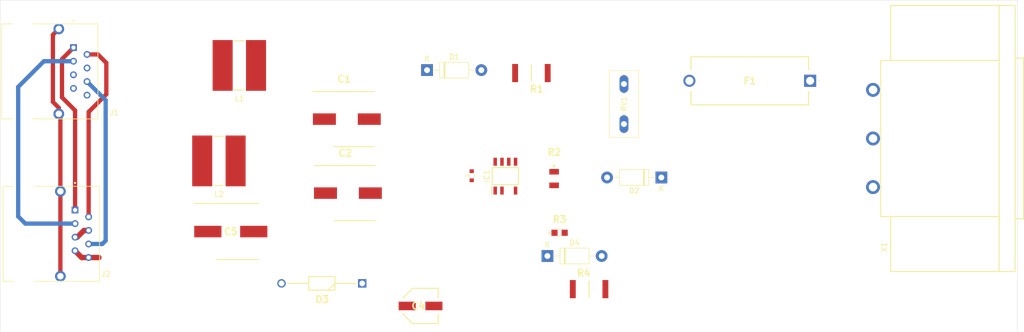
<source format=kicad_pcb>
(kicad_pcb (version 20240108) (generator "pcbnew") (generator_version "8.0")
  (layers (0 "F.Cu" signal) (31 "B.Cu" signal) (34 "B.Paste" user) (35 "F.Paste" user) (36 "B.SilkS" user "B.Silkscreen") (37 "F.SilkS" user "F.Silkscreen") (38 "B.Mask" user) (39 "F.Mask" user) (44 "Edge.Cuts" user))
  (net 0 "")
  (net 1 "Net-(F1-Pad1)")
  (net 4 "GND")
  (net 5 "VCC")
  (net 6 "GNDPWR")
  (net 7 "Net-(J1-Pad2)")
  (net 8 "Net-(J1-Pad3)")
  (net 9 "Net-(J1-Pad6)")
  (net 10 "Net-(J1-Pad1)")
  (net 13 "Net-(C1-+)")
  (net 14 "Net-(C2-+)")
  (net 15 "Net-(C4--)")
  (net 16 "Net-(IC1-BP)")
  (net 17 "Net-(C4-+)")
  (net 18 "Net-(D1-A)")
  (net 19 "Net-(D2-K)")
  (net 20 "Net-(F1-Pad2)")
  (net 21 "Net-(IC1-FB)")
  (net 22 "Earth_Protective")
  (footprint "Equatorial_foot:ERA6AEB1020V" (layer "F.Cu") (at 180.65 98.725)
    (property "Reference" "R3" (at 0 -2.5 0) (layer "F.SilkS") (effects (font (size 1.27 1.27) (thickness 0.254))))
    (property "Value" "ERA-6ARB133V" (hide yes))
    (fp_line (start -2 -0.1) (end -2 -0.1) (stroke (width 0.2)) (layer "F.SilkS"))
    (fp_line (start -2 0.1) (end -2 0.1) (stroke (width 0.2)) (layer "F.SilkS"))
    (fp_line (start -0.2 -0.625) (end 0.2 -0.625) (stroke (width 0.2)) (layer "F.SilkS"))
    (fp_line (start -0.2 0.625) (end 0.2 0.625) (stroke (width 0.2)) (layer "F.SilkS"))
    (fp_arc (start -2 -0.1) (mid -1.9 0) (end -2 0.1) (stroke (width 0.2)) (layer "F.SilkS"))
    (fp_arc (start -2 0.1) (mid -2.1 0) (end -2 -0.1) (stroke (width 0.2)) (layer "F.SilkS"))
    (pad "1" smd rect (at -0.95 0) (size 1.15 1.15) (layers "F.Cu" "F.Paste" "F.Mask") (net 21 "Net-(IC1-FB)"))
    (pad "2" smd rect (at 0.95 0) (size 1.15 1.15) (layers "F.Cu" "F.Paste" "F.Mask") (net 17 "Net-(C4-+)"))
  )
  (footprint "Equatorial_foot:WE-PD2HV_1054" (layer "F.Cu") (at 120.7 67.4 180)
    (property "Reference" "L1" (at -0.04 -6.235 360) (layer "F.SilkS"))
    (property "Value" "WE-PD2HV_1054")
    (fp_line (start -0.95 4.6) (end 0.95 4.6) (stroke (width 0.2)) (layer "F.SilkS"))
    (fp_line (start -0.95 -4.6) (end 0.95 -4.6) (stroke (width 0.2)) (layer "F.SilkS"))
    (pad "1" smd rect (at -3.125 0 180) (size 3.75 9.5) (layers "F.Cu" "F.Paste" "F.Mask") (net 13 "Net-(C1-+)"))
    (pad "2" smd rect (at 3.125 0 180) (size 3.75 9.5) (layers "F.Cu" "F.Paste" "F.Mask") (net 14 "Net-(C2-+)"))
  )
  (footprint "Equatorial_foot:SOIC127P600X175-7N" (layer "F.Cu") (at 170.5 88.125 90)
    (property "Reference" "IC1" (at 0 -3.5 90) (layer "F.SilkS"))
    (property "Value" "LNK306DN-TL")
    (fp_line (start -3.45 -2.58) (end -1.95 -2.58) (stroke (width 0.2)) (layer "F.SilkS"))
    (fp_line (start 1.6 -2.45) (end 1.6 2.45) (stroke (width 0.2)) (layer "F.SilkS"))
    (fp_line (start -1.6 -2.45) (end 1.6 -2.45) (stroke (width 0.2)) (layer "F.SilkS"))
    (fp_line (start 1.6 2.45) (end -1.6 2.45) (stroke (width 0.2)) (layer "F.SilkS"))
    (fp_line (start -1.6 2.45) (end -1.6 -2.45) (stroke (width 0.2)) (layer "F.SilkS"))
    (pad "1" smd rect (at -2.7 -1.905 90) (size 1.5 0.65) (layers "F.Cu" "F.Paste" "F.Mask") (net 16 "Net-(IC1-BP)"))
    (pad "2" smd rect (at -2.7 -0.635 90) (size 1.5 0.65) (layers "F.Cu" "F.Paste" "F.Mask") (net 21 "Net-(IC1-FB)"))
    (pad "4" smd rect (at -2.7 1.905 90) (size 1.5 0.65) (layers "F.Cu" "F.Paste" "F.Mask") (net 14 "Net-(C2-+)"))
    (pad "5" smd rect (at 2.7 1.905 90) (size 1.5 0.65) (layers "F.Cu" "F.Paste" "F.Mask") (net 15 "Net-(C4--)"))
    (pad "6" smd rect (at 2.7 0.635 90) (size 1.5 0.65) (layers "F.Cu" "F.Paste" "F.Mask") (net 15 "Net-(C4--)"))
    (pad "7" smd rect (at 2.7 -0.635 90) (size 1.5 0.65) (layers "F.Cu" "F.Paste" "F.Mask") (net 15 "Net-(C4--)"))
    (pad "8" smd rect (at 2.7 -1.905 90) (size 1.5 0.65) (layers "F.Cu" "F.Paste" "F.Mask") (net 15 "Net-(C4--)"))
  )
  (footprint "Equatorial_foot:WE-PD2HV_1054" (layer "F.Cu") (at 116.875 85.275 180)
    (property "Reference" "L2" (at -0.04 -6.235 360) (layer "F.SilkS"))
    (property "Value" "WE-PD2HV_1054")
    (fp_line (start -0.95 4.6) (end 0.95 4.6) (stroke (width 0.2)) (layer "F.SilkS"))
    (fp_line (start -0.95 -4.6) (end 0.95 -4.6) (stroke (width 0.2)) (layer "F.SilkS"))
    (pad "1" smd rect (at -3.125 0 180) (size 3.75 9.5) (layers "F.Cu" "F.Paste" "F.Mask") (net 15 "Net-(C4--)"))
    (pad "2" smd rect (at 3.125 0 180) (size 3.75 9.5) (layers "F.Cu" "F.Paste" "F.Mask") (net 5 "VCC"))
  )
  (footprint "Equatorial_foot:EEE1AA101SP" (layer "F.Cu") (at 154.625 112.425)
    (property "Reference" "C4" (at -0.425 0 0) (layer "F.SilkS") (effects (font (size 1.27 1.27) (thickness 0.254))))
    (property "Value" "EEE-FK1J100P" (hide yes))
    (fp_line (start -4.875 0) (end -4.875 0) (stroke (width 0.05)) (layer "F.SilkS"))
    (fp_line (start -4.825 0) (end -4.825 0) (stroke (width 0.05)) (layer "F.SilkS"))
    (fp_line (start -3.3 -1.5) (end -1.5 -3.3) (stroke (width 0.2)) (layer "F.SilkS"))
    (fp_line (start -3.3 1.5) (end -1.5 3.3) (stroke (width 0.2)) (layer "F.SilkS"))
    (fp_line (start -1.5 -3.3) (end 3.3 -3.3) (stroke (width 0.2)) (layer "F.SilkS"))
    (fp_line (start -1.5 3.3) (end 3.3 3.3) (stroke (width 0.2)) (layer "F.SilkS"))
    (fp_line (start 3.3 -3.3) (end 3.3 -3.3) (stroke (width 0.2)) (layer "F.SilkS"))
    (fp_line (start 3.3 -3.3) (end 3.3 -1.5) (stroke (width 0.2)) (layer "F.SilkS"))
    (fp_line (start 3.3 3.3) (end 3.3 1.5) (stroke (width 0.2)) (layer "F.SilkS"))
    (fp_arc (start -4.875 0) (mid -4.85 -0.025) (end -4.825 0) (stroke (width 0.05)) (layer "F.SilkS"))
    (fp_arc (start -4.825 0) (mid -4.85 0.025) (end -4.875 0) (stroke (width 0.05)) (layer "F.SilkS"))
    (pad "1" smd rect (at -2.5 0 90) (size 1.6 3.2) (layers "F.Cu" "F.Paste" "F.Mask") (net 17 "Net-(C4-+)"))
    (pad "2" smd rect (at 2.5 0 90) (size 1.6 3.2) (layers "F.Cu" "F.Paste" "F.Mask") (net 15 "Net-(C4--)"))
  )
  (footprint "Equatorial_foot:CAPAE1050X1430N" (layer "F.Cu") (at 119.1 98.5)
    (property "Reference" "C5" (at 0 0 0) (layer "F.SilkS") (effects (font (size 1.27 1.27) (thickness 0.254))))
    (property "Value" "MAL215097803E3" (hide yes))
    (fp_line (start -6.85 -5.25) (end 5.25 -5.25) (stroke (width 0.2)) (layer "F.SilkS"))
    (fp_line (start -2.625 5.25) (end 5.25 5.25) (stroke (width 0.2)) (layer "F.SilkS"))
    (pad "1" smd rect (at -4.3 0 90) (size 2.15 5.1) (layers "F.Cu" "F.Paste" "F.Mask") (net 5 "VCC"))
    (pad "2" smd rect (at 4.3 0 90) (size 2.15 5.1) (layers "F.Cu" "F.Paste" "F.Mask") (net 4 "GND"))
  )
  (footprint "Equatorial_foot:RJ45-8P8C" (layer "F.Cu") (at 83.3 68.515 -90)
    (property "Reference" "J1" (at 7.735 -13.95 180) (layer "F.SilkS") (effects (font (size 1.000614 1.000614))))
    (property "Value" "RJ45-8P8C" (hide yes))
    (fp_line (start -8.89 7.11) (end 8.89 7.11) (stroke (width 0.127)) (layer "F.SilkS"))
    (fp_line (start 8.89 7.11) (end 8.89 5.08) (stroke (width 0.127)) (layer "F.SilkS"))
    (fp_line (start -8.89 5.08) (end -8.89 7.11) (stroke (width 0.127)) (layer "F.SilkS"))
    (fp_line (start -8.89 -10.92) (end -8.89 1.27) (stroke (width 0.127)) (layer "F.SilkS"))
    (fp_line (start -8.89 -10.92) (end 8.89 -10.92) (stroke (width 0.127)) (layer "F.SilkS"))
    (fp_line (start 8.89 -10.92) (end 8.89 1.27) (stroke (width 0.127)) (layer "F.SilkS"))
    (fp_circle (center -9.53 -6.35) (end -9.43 -6.35) (stroke (width 0.2)) (fill none) (layer "F.SilkS"))
    (pad "" np_thru_hole circle (at -5.715 0.5 270) (size 3.25 3.25) (drill 3.25) (layers "*.Cu" "*.Mask"))
    (pad "" np_thru_hole circle (at 5.715 0.5 270) (size 3.25 3.25) (drill 3.25) (layers "*.Cu" "*.Mask"))
    (pad "1" thru_hole rect (at -4.445 -6.35 270) (size 1.268 1.268) (drill 0.76) (layers "*.Cu" "*.Mask") (net 10 "Net-(J1-Pad1)"))
    (pad "2" thru_hole circle (at -3.175 -8.89 270) (size 1.268 1.268) (drill 0.76) (layers "*.Cu" "*.Mask") (net 7 "Net-(J1-Pad2)"))
    (pad "3" thru_hole circle (at -1.905 -6.35 270) (size 1.268 1.268) (drill 0.76) (layers "*.Cu" "*.Mask") (net 8 "Net-(J1-Pad3)"))
    (pad "4" thru_hole circle (at -0.635 -8.89 270) (size 1.268 1.268) (drill 0.76) (layers "*.Cu" "*.Mask"))
    (pad "5" thru_hole circle (at 0.635 -6.35 270) (size 1.268 1.268) (drill 0.76) (layers "*.Cu" "*.Mask"))
    (pad "6" thru_hole circle (at 1.905 -8.89 270) (size 1.268 1.268) (drill 0.76) (layers "*.Cu" "*.Mask") (net 9 "Net-(J1-Pad6)"))
    (pad "7" thru_hole circle (at 3.175 -6.35 270) (size 1.268 1.268) (drill 0.76) (layers "*.Cu" "*.Mask"))
    (pad "8" thru_hole circle (at 4.445 -8.89 270) (size 1.268 1.268) (drill 0.76) (layers "*.Cu" "*.Mask"))
    (pad "9" thru_hole circle (at -7.95 -3.6 270) (size 2 2) (drill 1.2) (layers "*.Cu" "*.Mask") (net 6 "GNDPWR"))
    (pad "10" thru_hole circle (at 7.95 -3.6 270) (size 2 2) (drill 1.2) (layers "*.Cu" "*.Mask") (net 6 "GNDPWR"))
  )
  (footprint "Equatorial_foot:WCAP-CSGP_0603_W" (layer "F.Cu") (at 164.2 88.05 90)
    (property "Reference" "C3" (at 0.05 -1.0524 90) (layer "F.SilkS") (effects (font (size 0.24 0.24) (thickness 0.06))))
    (property "Value" "100nF/25")
    (fp_line (start -0.2 -0.5) (end 0.2 -0.5) (stroke (width 0.2)) (layer "F.SilkS"))
    (fp_line (start 0.2 0.5) (end -0.2 0.5) (stroke (width 0.2)) (layer "F.SilkS"))
    (pad "1" smd rect (at -0.85 0 90) (size 0.7 0.8) (layers "F.Cu" "F.Paste" "F.Mask") (net 16 "Net-(IC1-BP)"))
    (pad "2" smd rect (at 0.85 0 90) (size 0.7 0.8) (layers "F.Cu" "F.Paste" "F.Mask") (net 15 "Net-(C4--)"))
  )
  (footprint "Diode_THT:D_DO-41_SOD81_P10.16mm_Horizontal" (layer "F.Cu") (at 178.37 103.075)
    (property "Reference" "D4" (at 5.08 -2.47 360) (layer "F.SilkS"))
    (property "Value" "1N4005")
    (fp_line (start 1.34 0) (end 2.36 0) (stroke (width 0.12)) (layer "F.SilkS"))
    (fp_line (start 2.36 -1.47) (end 2.36 1.47) (stroke (width 0.12)) (layer "F.SilkS"))
    (fp_line (start 2.36 1.47) (end 7.8 1.47) (stroke (width 0.12)) (layer "F.SilkS"))
    (fp_line (start 3.14 -1.47) (end 3.14 1.47) (stroke (width 0.12)) (layer "F.SilkS"))
    (fp_line (start 3.26 -1.47) (end 3.26 1.47) (stroke (width 0.12)) (layer "F.SilkS"))
    (fp_line (start 3.38 -1.47) (end 3.38 1.47) (stroke (width 0.12)) (layer "F.SilkS"))
    (fp_line (start 7.8 -1.47) (end 2.36 -1.47) (stroke (width 0.12)) (layer "F.SilkS"))
    (fp_line (start 7.8 1.47) (end 7.8 -1.47) (stroke (width 0.12)) (layer "F.SilkS"))
    (fp_line (start 8.82 0) (end 7.8 0) (stroke (width 0.12)) (layer "F.SilkS"))
    (fp_text user "K" (at 0 -2.1 360) (layer "F.SilkS"))
    (pad "1" thru_hole rect (at 0 0) (size 2.2 2.2) (drill 1.1) (layers "*.Cu" "*.Mask") (net 17 "Net-(C4-+)"))
    (pad "2" thru_hole oval (at 10.16 0) (size 2.2 2.2) (drill 1.1) (layers "*.Cu" "*.Mask") (net 5 "VCC"))
  )
  (footprint "Equatorial_foot:696101000002" (layer "F.Cu") (at 227.55 70.275 180)
    (property "Reference" "F1" (at 11.3 0 360) (layer "F.SilkS") (effects (font (size 1.27 1.27) (thickness 0.254))))
    (property "Value" "696101000002" (hide yes))
    (fp_line (start 22.3 4.5) (end 22.3 2) (stroke (width 0.2)) (layer "F.SilkS"))
    (fp_line (start 22.3 -2) (end 22.3 -4.5) (stroke (width 0.2)) (layer "F.SilkS"))
    (fp_line (start 22.3 -4.5) (end 0.3 -4.5) (stroke (width 0.2)) (layer "F.SilkS"))
    (fp_line (start 0.3 4.5) (end 22.3 4.5) (stroke (width 0.2)) (layer "F.SilkS"))
    (fp_line (start 0.3 2) (end 0.3 4.5) (stroke (width 0.2)) (layer "F.SilkS"))
    (fp_line (start 0.3 -4.5) (end 0.3 -2) (stroke (width 0.2)) (layer "F.SilkS"))
    (fp_line (start -1.6 0) (end -1.6 0) (stroke (width 0.1)) (layer "F.SilkS"))
    (fp_line (start -1.7 0) (end -1.7 0) (stroke (width 0.1)) (layer "F.SilkS"))
    (fp_arc (start -1.6 0) (mid -1.65 0.05) (end -1.7 0) (stroke (width 0.1)) (layer "F.SilkS"))
    (fp_arc (start -1.7 0) (mid -1.65 -0.05) (end -1.6 0) (stroke (width 0.1)) (layer "F.SilkS"))
    (pad "1" thru_hole rect (at 0 0 180) (size 2.25 2.25) (drill 1.5) (layers "*.Cu" "*.Mask") (net 1 "Net-(F1-Pad1)"))
    (pad "2" thru_hole circle (at 22.6 0 180) (size 2.25 2.25) (drill 1.5) (layers "*.Cu" "*.Mask") (net 20 "Net-(F1-Pad2)"))
  )
  (footprint "Equatorial_foot:6ESRM-P" (layer "F.Cu") (at 249.025 81.075 90)
    (property "Reference" "X1" (at -20.32 -7.62 90) (layer "F.SilkS"))
    (property "Value" "Conector AC")
    (fp_line (start 14.605 -8.255) (end 14.605 -6.4) (stroke (width 0.2032)) (layer "F.SilkS"))
    (fp_line (start -14.605 -8.255) (end 14.605 -8.255) (stroke (width 0.2032)) (layer "F.SilkS"))
    (fp_line (start -14.605 -8.255) (end -14.605 -6.4) (stroke (width 0.2032)) (layer "F.SilkS"))
    (fp_line (start 24.9 -6.4) (end 24.9 13.9) (stroke (width 0.2032)) (layer "F.SilkS"))
    (fp_line (start 14.605 -6.4) (end 24.9 -6.4) (stroke (width 0.2032)) (layer "F.SilkS"))
    (fp_line (start 14.605 -6.4) (end 14.605 13.97) (stroke (width 0.2032)) (layer "F.SilkS"))
    (fp_line (start -14.605 -6.4) (end -14.605 13.97) (stroke (width 0.2032)) (layer "F.SilkS"))
    (fp_line (start -24.9 -6.4) (end -14.605 -6.4) (stroke (width 0.2032)) (layer "F.SilkS"))
    (fp_line (start 24.9 13.9) (end -24.9 13.9) (stroke (width 0.2032)) (layer "F.SilkS"))
    (fp_line (start -24.9 13.9) (end -24.9 -6.4) (stroke (width 0.2032)) (layer "F.SilkS"))
    (fp_line (start -24.9 13.9) (end -24.9 16.9) (stroke (width 0.2032)) (layer "F.SilkS"))
    (fp_line (start 24.9 16.9) (end 24.9 13.9) (stroke (width 0.2032)) (layer "F.SilkS"))
    (fp_line (start -24.9 16.9) (end 24.9 16.9) (stroke (width 0.2032)) (layer "F.SilkS"))
    (fp_line (start -15.025 16.95) (end -15.025 18.475) (stroke (width 0.2032)) (layer "F.SilkS"))
    (fp_line (start 15.025 18.475) (end 15.025 16.975) (stroke (width 0.2032)) (layer "F.SilkS"))
    (fp_line (start -15.025 18.475) (end 15.025 18.475) (stroke (width 0.2032)) (layer "F.SilkS"))
    (pad "" np_thru_hole circle (at -20 0 90) (size 3.6 3.6) (drill 3.6) (layers "*.Cu" "*.Mask"))
    (pad "" np_thru_hole circle (at 20 0 90) (size 3.6 3.6) (drill 3.6) (layers "*.Cu" "*.Mask"))
    (pad "1" thru_hole circle (at -9.1 -9.7 90) (size 2.6 2.6) (drill 1.6) (layers "*.Cu" "*.Mask") (net 19 "Net-(D2-K)"))
    (pad "2" thru_hole circle (at 0 -9.7 90) (size 2.6 2.6) (drill 1.6) (layers "*.Cu" "*.Mask") (net 22 "Earth_Protective"))
    (pad "3" thru_hole circle (at 9.1 -9.7 90) (size 2.6 2.6) (drill 1.6) (layers "*.Cu" "*.Mask") (net 1 "Net-(F1-Pad1)"))
  )
  (footprint "Equatorial_foot:CAPAE1030X1450N" (layer "F.Cu") (at 140.825 77.45)
    (property "Reference" "C1" (at -0.5 -7.5 0) (layer "F.SilkS") (effects (font (size 1.27 1.27) (thickness 0.254))))
    (property "Value" "ULT2H4R7MNL1GS" (hide yes))
    (fp_line (start -6.35 -5.15) (end 5.15 -5.15) (stroke (width 0.2)) (layer "F.SilkS"))
    (fp_line (start -2.575 5.15) (end 5.15 5.15) (stroke (width 0.2)) (layer "F.SilkS"))
    (pad "1" smd rect (at -4.2 0 90) (size 2.15 4.3) (layers "F.Cu" "F.Paste" "F.Mask") (net 13 "Net-(C1-+)"))
    (pad "2" smd rect (at 4.2 0 90) (size 2.15 4.3) (layers "F.Cu" "F.Paste" "F.Mask") (net 4 "GND"))
  )
  (footprint "Equatorial_foot:RCC1206_e3" (layer "F.Cu") (at 179.625 88.575 -90)
    (property "Reference" "R2" (at -4.925 -0.025 180) (layer "F.SilkS") (effects (font (size 1.27 1.27) (thickness 0.254))))
    (property "Value" "RCC1206470RFKEA" (hide yes))
    (fp_circle (center -2.375 0) (end -2.375 0.05) (stroke (width 0.2)) (fill none) (layer "F.SilkS"))
    (pad "1" smd rect (at -1.275 0 270) (size 1.05 1.8) (layers "F.Cu" "F.Paste" "F.Mask") (net 15 "Net-(C4--)"))
    (pad "2" smd rect (at 1.275 0 270) (size 1.05 1.8) (layers "F.Cu" "F.Paste" "F.Mask") (net 21 "Net-(IC1-FB)"))
  )
  (footprint "Equatorial_foot:RJ45-8P8C" (layer "F.Cu") (at 83.6 98.915 -90)
    (property "Reference" "J2" (at 7.56 -12.1 180) (layer "F.SilkS") (effects (font (size 1.000614 1.000614))))
    (property "Value" "RJ45-8P8C" (hide yes))
    (fp_line (start -8.89 7.11) (end 8.89 7.11) (stroke (width 0.127)) (layer "F.SilkS"))
    (fp_line (start 8.89 7.11) (end 8.89 5.08) (stroke (width 0.127)) (layer "F.SilkS"))
    (fp_line (start -8.89 5.08) (end -8.89 7.11) (stroke (width 0.127)) (layer "F.SilkS"))
    (fp_line (start -8.89 -10.92) (end -8.89 1.27) (stroke (width 0.127)) (layer "F.SilkS"))
    (fp_line (start -8.89 -10.92) (end 8.89 -10.92) (stroke (width 0.127)) (layer "F.SilkS"))
    (fp_line (start 8.89 -10.92) (end 8.89 1.27) (stroke (width 0.127)) (layer "F.SilkS"))
    (fp_circle (center -9.53 -6.35) (end -9.43 -6.35) (stroke (width 0.2)) (fill none) (layer "F.SilkS"))
    (pad "" np_thru_hole circle (at -5.715 0.5 270) (size 3.25 3.25) (drill 3.25) (layers "*.Cu" "*.Mask"))
    (pad "" np_thru_hole circle (at 5.715 0.5 270) (size 3.25 3.25) (drill 3.25) (layers "*.Cu" "*.Mask"))
    (pad "1" thru_hole rect (at -4.445 -6.35 270) (size 1.268 1.268) (drill 0.76) (layers "*.Cu" "*.Mask") (net 10 "Net-(J1-Pad1)"))
    (pad "2" thru_hole circle (at -3.175 -8.89 270) (size 1.268 1.268) (drill 0.76) (layers "*.Cu" "*.Mask") (net 7 "Net-(J1-Pad2)"))
    (pad "3" thru_hole circle (at -1.905 -6.35 270) (size 1.268 1.268) (drill 0.76) (layers "*.Cu" "*.Mask") (net 8 "Net-(J1-Pad3)"))
    (pad "4" thru_hole circle (at -0.635 -8.89 270) (size 1.268 1.268) (drill 0.76) (layers "*.Cu" "*.Mask") (net 5 "VCC"))
    (pad "5" thru_hole circle (at 0.635 -6.35 270) (size 1.268 1.268) (drill 0.76) (layers "*.Cu" "*.Mask") (net 5 "VCC"))
    (pad "6" thru_hole circle (at 1.905 -8.89 270) (size 1.268 1.268) (drill 0.76) (layers "*.Cu" "*.Mask") (net 9 "Net-(J1-Pad6)"))
    (pad "7" thru_hole circle (at 3.175 -6.35 270) (size 1.268 1.268) (drill 0.76) (layers "*.Cu" "*.Mask") (net 4 "GND"))
    (pad "8" thru_hole circle (at 4.445 -8.89 270) (size 1.268 1.268) (drill 0.76) (layers "*.Cu" "*.Mask") (net 4 "GND"))
    (pad "9" thru_hole circle (at -7.95 -3.6 270) (size 2 2) (drill 1.2) (layers "*.Cu" "*.Mask") (net 6 "GNDPWR"))
    (pad "10" thru_hole circle (at 7.95 -3.6 270) (size 2 2) (drill 1.2) (layers "*.Cu" "*.Mask") (net 6 "GNDPWR"))
  )
  (footprint "Diode_THT:D_DO-41_SOD81_P10.16mm_Horizontal" (layer "F.Cu") (at 155.84 68.275)
    (property "Reference" "D1" (at 5.08 -2.47 0) (layer "F.SilkS"))
    (property "Value" "1N4005")
    (fp_line (start 1.34 0) (end 2.36 0) (stroke (width 0.12)) (layer "F.SilkS"))
    (fp_line (start 2.36 -1.47) (end 2.36 1.47) (stroke (width 0.12)) (layer "F.SilkS"))
    (fp_line (start 2.36 1.47) (end 7.8 1.47) (stroke (width 0.12)) (layer "F.SilkS"))
    (fp_line (start 3.14 -1.47) (end 3.14 1.47) (stroke (width 0.12)) (layer "F.SilkS"))
    (fp_line (start 3.26 -1.47) (end 3.26 1.47) (stroke (width 0.12)) (layer "F.SilkS"))
    (fp_line (start 3.38 -1.47) (end 3.38 1.47) (stroke (width 0.12)) (layer "F.SilkS"))
    (fp_line (start 7.8 -1.47) (end 2.36 -1.47) (stroke (width 0.12)) (layer "F.SilkS"))
    (fp_line (start 7.8 1.47) (end 7.8 -1.47) (stroke (width 0.12)) (layer "F.SilkS"))
    (fp_line (start 8.82 0) (end 7.8 0) (stroke (width 0.12)) (layer "F.SilkS"))
    (fp_text user "K" (at 0 -2.1 0) (layer "F.SilkS"))
    (pad "1" thru_hole rect (at 0 0) (size 2.2 2.2) (drill 1.1) (layers "*.Cu" "*.Mask") (net 13 "Net-(C1-+)"))
    (pad "2" thru_hole oval (at 10.16 0) (size 2.2 2.2) (drill 1.1) (layers "*.Cu" "*.Mask") (net 18 "Net-(D1-A)"))
  )
  (footprint "Equatorial_foot:RESC6432X65N" (layer "F.Cu") (at 175.375 68.825 180)
    (property "Reference" "R1" (at -1 -3 360) (layer "F.SilkS") (effects (font (size 1.27 1.27) (thickness 0.254))))
    (property "Value" "CRGH2512J8R2" (hide yes))
    (fp_line (start 0 -1.5) (end 0 1.5) (stroke (width 0.2)) (layer "F.SilkS"))
    (pad "1" smd rect (at -3.05 0 180) (size 1.1 3.4) (layers "F.Cu" "F.Paste" "F.Mask") (net 20 "Net-(F1-Pad2)"))
    (pad "2" smd rect (at 3.05 0 180) (size 1.1 3.4) (layers "F.Cu" "F.Paste" "F.Mask") (net 18 "Net-(D1-A)"))
  )
  (footprint "Equatorial_foot:CAPAE1030X1450N" (layer "F.Cu") (at 141.025 91.3)
    (property "Reference" "C2" (at -0.5 -7.5 360) (layer "F.SilkS") (effects (font (size 1.27 1.27) (thickness 0.254))))
    (property "Value" "ULT2H4R7MNL1GS" (hide yes))
    (fp_line (start -6.35 -5.15) (end 5.15 -5.15) (stroke (width 0.2)) (layer "F.SilkS"))
    (fp_line (start -2.575 5.15) (end 5.15 5.15) (stroke (width 0.2)) (layer "F.SilkS"))
    (pad "1" smd rect (at -4.2 0 90) (size 2.15 4.3) (layers "F.Cu" "F.Paste" "F.Mask") (net 14 "Net-(C2-+)"))
    (pad "2" smd rect (at 4.2 0 90) (size 2.15 4.3) (layers "F.Cu" "F.Paste" "F.Mask") (net 4 "GND"))
  )
  (footprint "Diode_THT:D_DO-41_SOD81_P10.16mm_Horizontal" (layer "F.Cu") (at 199.7 88.375 180)
    (property "Reference" "D2" (at 5.08 -2.47 360) (layer "F.SilkS"))
    (property "Value" "1N4005")
    (fp_line (start 8.82 0) (end 7.8 0) (stroke (width 0.12)) (layer "F.SilkS"))
    (fp_line (start 7.8 1.47) (end 7.8 -1.47) (stroke (width 0.12)) (layer "F.SilkS"))
    (fp_line (start 7.8 -1.47) (end 2.36 -1.47) (stroke (width 0.12)) (layer "F.SilkS"))
    (fp_line (start 3.38 -1.47) (end 3.38 1.47) (stroke (width 0.12)) (layer "F.SilkS"))
    (fp_line (start 3.26 -1.47) (end 3.26 1.47) (stroke (width 0.12)) (layer "F.SilkS"))
    (fp_line (start 3.14 -1.47) (end 3.14 1.47) (stroke (width 0.12)) (layer "F.SilkS"))
    (fp_line (start 2.36 1.47) (end 7.8 1.47) (stroke (width 0.12)) (layer "F.SilkS"))
    (fp_line (start 2.36 -1.47) (end 2.36 1.47) (stroke (width 0.12)) (layer "F.SilkS"))
    (fp_line (start 1.34 0) (end 2.36 0) (stroke (width 0.12)) (layer "F.SilkS"))
    (fp_text user "K" (at 0 -2.1 360) (layer "F.SilkS"))
    (pad "1" thru_hole rect (at 0 0 180) (size 2.2 2.2) (drill 1.1) (layers "*.Cu" "*.Mask") (net 19 "Net-(D2-K)"))
    (pad "2" thru_hole oval (at 10.16 0 180) (size 2.2 2.2) (drill 1.1) (layers "*.Cu" "*.Mask") (net 4 "GND"))
  )
  (footprint "Equatorial_foot:MOV10D511K" (layer "F.Cu") (at 192.7 78.375 90)
    (property "Reference" "RV1" (at 3.75 0 90) (layer "F.SilkS"))
    (property "Value" "MOV-10D561KKTR")
    (fp_line (start 10 -2.75) (end 10 2.75) (stroke (width 0.1)) (layer "F.SilkS"))
    (fp_line (start -2.5 -2.75) (end 10 -2.75) (stroke (width 0.1)) (layer "F.SilkS"))
    (fp_line (start 10 2.75) (end -2.5 2.75) (stroke (width 0.1)) (layer "F.SilkS"))
    (fp_line (start -2.5 2.75) (end -2.5 -2.75) (stroke (width 0.1)) (layer "F.SilkS"))
    (pad "1" thru_hole oval (at 0 0 90) (size 3.3 1.65) (drill 1.1) (layers "*.Cu" "*.Mask") (net 19 "Net-(D2-K)"))
    (pad "2" thru_hole oval (at 7.5 0 90) (size 3.3 1.65) (drill 1.1) (layers "*.Cu" "*.Mask") (net 20 "Net-(F1-Pad2)"))
  )
  (footprint "Equatorial_foot:RESC6432X65N" (layer "F.Cu") (at 186.175 109.275)
    (property "Reference" "R4" (at -1 -3 0) (layer "F.SilkS") (effects (font (size 1.27 1.27) (thickness 0.254))))
    (property "Value" "2K4/2W" (hide yes))
    (fp_line (start 0 -1.5) (end 0 1.5) (stroke (width 0.2)) (layer "F.SilkS"))
    (pad "1" smd rect (at -3.05 0) (size 1.1 3.4) (layers "F.Cu" "F.Paste" "F.Mask") (net 4 "GND"))
    (pad "2" smd rect (at 3.05 0) (size 1.1 3.4) (layers "F.Cu" "F.Paste" "F.Mask") (net 5 "VCC"))
  )
  (footprint "Equatorial_foot:DIOAD1510W84L490D255" (layer "F.Cu") (at 143.6995 108.2 180)
    (property "Reference" "D3" (at 7.5 -3 360) (layer "F.SilkS") (effects (font (size 1.27 1.27) (thickness 0.254))))
    (property "Value" "UF4005" (hide yes))
    (fp_line (start 10 1.275) (end 5.1 1.275) (stroke (width 0.2)) (layer "F.SilkS"))
    (fp_line (start 10 0) (end 13.962 0) (stroke (width 0.2)) (layer "F.SilkS"))
    (fp_line (start 10 -1.275) (end 10 1.275) (stroke (width 0.2)) (layer "F.SilkS"))
    (fp_line (start 5.1 1.275) (end 5.1 -1.275) (stroke (width 0.2)) (layer "F.SilkS"))
    (fp_line (start 5.1 0) (end 6.375 -1.275) (stroke (width 0.2)) (layer "F.SilkS"))
    (fp_line (start 5.1 -1.275) (end 10 -1.275) (stroke (width 0.2)) (layer "F.SilkS"))
    (fp_line (start 1.138 0) (end 5.1 0) (stroke (width 0.2)) (layer "F.SilkS"))
    (pad "1" thru_hole rect (at 0 0 180) (size 1.575 1.575) (drill 1.05) (layers "*.Cu" "*.Mask") (net 15 "Net-(C4--)"))
    (pad "2" thru_hole circle (at 15.1 0 180) (size 1.575 1.575) (drill 1.05) (layers "*.Cu" "*.Mask") (net 4 "GND"))
  )
  (gr_rect (start 75.95 55.175) (end 266.35 117.325) (stroke (width 0.05)) (fill none) (layer "Edge.Cuts"))
  (segment (start 89.95 102.125) (end 91.185 103.36) (width 1) (layer "F.Cu") (net 4))
  (segment (start 91.185 103.36) (end 92.49 103.36) (width 1) (layer "F.Cu") (net 4))
  (segment (start 89.95 102.09) (end 89.95 102.125) (width 1) (layer "F.Cu") (net 4))
  (segment (start 92.49 103.36) (end 94.415 103.36) (width 1) (layer "F.Cu") (net 4))
  (segment (start 91.6 98.3) (end 92.47 98.3) (width 1) (layer "F.Cu") (net 5))
  (segment (start 92.49 98.28) (end 92.57 98.2) (width 1) (layer "F.Cu") (net 5))
  (segment (start 90.35 99.55) (end 91.6 98.3) (width 1) (layer "F.Cu") (net 5))
  (segment (start 89.95 99.55) (end 90.35 99.55) (width 1) (layer "F.Cu") (net 5))
  (segment (start 92.47 98.3) (end 92.49 98.28) (width 1) (layer "F.Cu") (net 5))
  (segment (start 87.2 76.765) (end 86.9 76.465) (width 0.8) (layer "F.Cu") (net 6))
  (segment (start 85.8 74.225) (end 85.8 61.665) (width 0.8) (layer "F.Cu") (net 6))
  (segment (start 85.8 61.665) (end 86.9 60.565) (width 0.8) (layer "F.Cu") (net 6))
  (segment (start 86.9 75.325) (end 85.8 74.225) (width 0.8) (layer "F.Cu") (net 6))
  (segment (start 87.2 90.965) (end 87.2 76.765) (width 0.8) (layer "F.Cu") (net 6))
  (segment (start 86.9 76.465) (end 86.9 75.325) (width 0.8) (layer "F.Cu") (net 6))
  (segment (start 87.2 106.865) (end 87.2 90.965) (width 0.8) (layer "F.Cu") (net 6))
  (segment (start 95.8 72.8) (end 95.8 66.925) (width 0.8) (layer "F.Cu") (net 7))
  (segment (start 92.49 76.11) (end 95.8 72.8) (width 0.8) (layer "F.Cu") (net 7))
  (segment (start 95.8 66.925) (end 94.215 65.34) (width 0.8) (layer "F.Cu") (net 7))
  (segment (start 94.215 65.34) (end 92.19 65.34) (width 0.8) (layer "F.Cu") (net 7))
  (segment (start 92.49 95.74) (end 92.49 76.11) (width 0.8) (layer "F.Cu") (net 7))
  (segment (start 79.3 95.675) (end 79.3 71.425) (width 0.8) (layer "B.Cu") (net 8))
  (segment (start 89.95 97.01) (end 80.635 97.01) (width 0.8) (layer "B.Cu") (net 8))
  (segment (start 80.635 97.01) (end 79.3 95.675) (width 0.8) (layer "B.Cu") (net 8))
  (segment (start 79.3 71.425) (end 84.115 66.61) (width 0.8) (layer "B.Cu") (net 8))
  (segment (start 84.115 66.61) (end 89.65 66.61) (width 0.8) (layer "B.Cu") (net 8))
  (segment (start 92.49 100.82) (end 95.055 100.82) (width 0.8) (layer "B.Cu") (net 9))
  (segment (start 95.675 100.2) (end 95.675 73.905) (width 0.8) (layer "B.Cu") (net 9))
  (segment (start 95.055 100.82) (end 95.675 100.2) (width 0.8) (layer "B.Cu") (net 9))
  (segment (start 95.675 73.905) (end 92.19 70.42) (width 0.8) (layer "B.Cu") (net 9))
  (segment (start 87.5 73.375) (end 87.5 66.22) (width 0.8) (layer "F.Cu") (net 10))
  (segment (start 89.95 75.825) (end 87.5 73.375) (width 0.8) (layer "F.Cu") (net 10))
  (segment (start 87.5 66.22) (end 89.65 64.07) (width 0.8) (layer "F.Cu") (net 10))
  (segment (start 89.95 94.47) (end 89.95 75.825) (width 0.8) (layer "F.Cu") (net 10))
)
</source>
